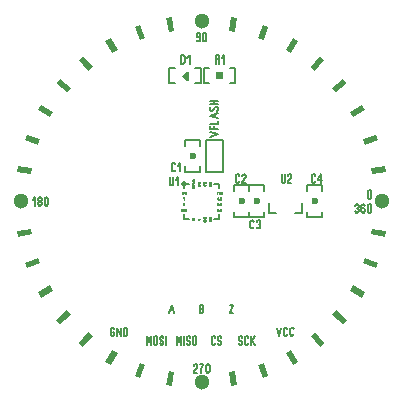
<source format=gbr>
%FSLAX34Y34*%
%MOMM*%
%LNSILK_TOP*%
G71*
G01*
%ADD10C, 0.152*%
%ADD11C, 0.500*%
%ADD12C, 0.032*%
%ADD13C, 0.127*%
%ADD14C, 0.150*%
%ADD15C, 0.600*%
%ADD16C, 1.300*%
%ADD17R, 1.200X0.500*%
%ADD18R, 0.500X1.200*%
%ADD19C, 0.203*%
%ADD20C, 0.100*%
%LPD*%
G54D10*
X-15000Y-10863D02*
X-15000Y-14951D01*
X-10910Y-14951D01*
G54D10*
X-15000Y10963D02*
X-15000Y15051D01*
X-10910Y15051D01*
G54D10*
X10913Y15051D02*
X15003Y15051D01*
X15003Y10963D01*
G54D10*
X15003Y-10863D02*
X15003Y-14951D01*
X10913Y-14951D01*
X-15000Y15051D02*
G54D11*
D03*
G54D12*
X17305Y8056D02*
X17216Y8279D01*
X17038Y8390D01*
X16860Y8390D01*
X16682Y8279D01*
X16593Y8056D01*
X16593Y7834D01*
X16682Y7612D01*
X16860Y7501D01*
X17038Y7501D01*
X17216Y7390D01*
X17305Y7168D01*
X17305Y6945D01*
X17216Y6723D01*
X17038Y6612D01*
X16860Y6612D01*
X16682Y6723D01*
X16593Y6945D01*
G54D12*
X15260Y8056D02*
X15349Y8279D01*
X15527Y8390D01*
X15705Y8390D01*
X15883Y8279D01*
X15972Y8056D01*
X15972Y6945D01*
X15883Y6723D01*
X15705Y6612D01*
X15527Y6612D01*
X15349Y6723D01*
X15260Y6945D01*
G54D12*
X14639Y6612D02*
X14639Y8390D01*
X14016Y8390D01*
G54D12*
X13395Y8390D02*
X13395Y6612D01*
G54D12*
X13395Y7834D02*
X12683Y6612D01*
G54D12*
X13128Y7501D02*
X12683Y8390D01*
G54D12*
X8391Y16781D02*
X6613Y16336D01*
X8391Y15892D01*
G54D12*
X6613Y15270D02*
X8391Y15270D01*
X8391Y14825D01*
X8280Y14647D01*
X8057Y14559D01*
X6946Y14559D01*
X6724Y14647D01*
X6613Y14825D01*
X6613Y15270D01*
G54D12*
X6613Y13937D02*
X8391Y13937D01*
X8391Y13492D01*
X8280Y13314D01*
X8057Y13226D01*
X6946Y13226D01*
X6724Y13314D01*
X6613Y13492D01*
X6613Y13937D01*
G54D12*
X1612Y16684D02*
X3390Y16684D01*
X1612Y15972D01*
X3390Y15972D01*
G54D12*
X1612Y14639D02*
X3390Y15351D01*
G54D12*
X1945Y13306D02*
X1723Y13395D01*
X1612Y13573D01*
X1612Y13751D01*
X1723Y13929D01*
X1945Y14018D01*
X3056Y14018D01*
X3278Y13929D01*
X3390Y13751D01*
X3390Y13573D01*
X3278Y13395D01*
X3056Y13306D01*
G54D12*
X-3389Y16684D02*
X-1612Y16684D01*
X-3389Y15973D01*
X-1612Y15973D01*
G54D12*
X-3389Y14640D02*
X-1612Y15351D01*
G54D12*
X-3056Y13307D02*
X-3278Y13396D01*
X-3389Y13574D01*
X-3389Y13752D01*
X-3278Y13929D01*
X-3056Y14018D01*
X-1945Y14018D01*
X-1723Y13929D01*
X-1612Y13752D01*
X-1612Y13574D01*
X-1723Y13396D01*
X-1945Y13307D01*
G54D12*
X-6610Y18780D02*
X-8388Y18336D01*
X-6610Y17891D01*
G54D12*
X-8388Y17269D02*
X-6610Y17269D01*
X-6610Y16647D01*
G54D12*
X-7499Y17269D02*
X-7499Y16647D01*
G54D12*
X-6610Y16025D02*
X-8388Y16025D01*
X-8388Y15403D01*
G54D12*
X-8388Y14781D02*
X-6610Y14337D01*
X-8388Y13892D01*
G54D12*
X-7722Y14603D02*
X-7722Y14070D01*
G54D12*
X-8055Y13270D02*
X-8277Y13181D01*
X-8388Y13004D01*
X-8388Y12826D01*
X-8277Y12648D01*
X-8055Y12559D01*
X-7833Y12559D01*
X-7610Y12648D01*
X-7499Y12826D01*
X-7499Y13004D01*
X-7388Y13181D01*
X-7166Y13270D01*
X-6944Y13270D01*
X-6722Y13181D01*
X-6610Y13004D01*
X-6610Y12826D01*
X-6722Y12648D01*
X-6944Y12559D01*
G54D12*
X-8388Y11937D02*
X-6610Y11937D01*
G54D12*
X-8388Y11226D02*
X-6610Y11226D01*
G54D12*
X-7499Y11937D02*
X-7499Y11226D01*
G54D12*
X-14556Y3390D02*
X-15001Y1612D01*
X-15445Y3390D01*
G54D12*
X-14734Y2724D02*
X-15268Y2724D01*
G54D12*
X-12912Y-6613D02*
X-12912Y-8390D01*
X-13356Y-7279D01*
X-13801Y-8390D01*
X-13801Y-6613D01*
G54D12*
X-15134Y-8057D02*
X-15134Y-6946D01*
X-15045Y-6724D01*
X-14867Y-6613D01*
X-14689Y-6613D01*
X-14512Y-6724D01*
X-14423Y-6946D01*
X-14423Y-8057D01*
X-14512Y-8279D01*
X-14689Y-8390D01*
X-14867Y-8390D01*
X-15045Y-8279D01*
X-15134Y-8057D01*
G54D12*
X-15756Y-6946D02*
X-15845Y-6724D01*
X-16022Y-6613D01*
X-16200Y-6613D01*
X-16378Y-6724D01*
X-16467Y-6946D01*
X-16467Y-7168D01*
X-16378Y-7390D01*
X-16200Y-7501D01*
X-16022Y-7501D01*
X-15845Y-7613D01*
X-15756Y-7835D01*
X-15756Y-8057D01*
X-15845Y-8279D01*
X-16022Y-8390D01*
X-16200Y-8390D01*
X-16378Y-8279D01*
X-16467Y-8057D01*
G54D12*
X-17089Y-6613D02*
X-17089Y-8390D01*
G54D12*
X16685Y3389D02*
X16685Y1611D01*
X15974Y3389D01*
X15974Y1611D01*
G54D12*
X15352Y3389D02*
X14641Y1611D01*
G54D12*
X13308Y3056D02*
X13397Y3278D01*
X13575Y3389D01*
X13752Y3389D01*
X13930Y3278D01*
X14019Y3056D01*
X14019Y1945D01*
X13930Y1723D01*
X13752Y1611D01*
X13575Y1611D01*
X13397Y1723D01*
X13308Y1945D01*
G54D12*
X16685Y-6613D02*
X16685Y-8390D01*
X15974Y-6613D01*
X15974Y-8390D01*
G54D12*
X15352Y-6613D02*
X14641Y-8390D01*
G54D12*
X13308Y-6946D02*
X13397Y-6724D01*
X13575Y-6613D01*
X13753Y-6613D01*
X13930Y-6724D01*
X14019Y-6946D01*
X14019Y-8057D01*
X13930Y-8279D01*
X13753Y-8390D01*
X13575Y-8390D01*
X13397Y-8279D01*
X13308Y-8057D01*
G54D12*
X-14645Y-3389D02*
X-15356Y-3389D01*
X-14645Y-1611D01*
X-15356Y-1611D01*
G54D12*
X16685Y-1611D02*
X16685Y-3389D01*
X15974Y-1611D01*
X15974Y-3389D01*
G54D12*
X15352Y-1611D02*
X14641Y-3389D01*
G54D12*
X13308Y-1944D02*
X13397Y-1722D01*
X13575Y-1611D01*
X13753Y-1611D01*
X13930Y-1722D01*
X14019Y-1944D01*
X14019Y-3056D01*
X13930Y-3278D01*
X13753Y-3389D01*
X13575Y-3389D01*
X13397Y-3278D01*
X13308Y-3055D01*
G54D12*
X-8055Y-14690D02*
X-8277Y-14602D01*
X-8388Y-14424D01*
X-8388Y-14246D01*
X-8277Y-14068D01*
X-8055Y-13979D01*
X-6944Y-13979D01*
X-6722Y-14068D01*
X-6610Y-14246D01*
X-6610Y-14424D01*
X-6722Y-14602D01*
X-6944Y-14690D01*
G54D12*
X-8055Y-15312D02*
X-8277Y-15401D01*
X-8388Y-15579D01*
X-8388Y-15757D01*
X-8277Y-15935D01*
X-8055Y-16023D01*
X-7833Y-16023D01*
X-7610Y-15935D01*
X-7499Y-15757D01*
X-7499Y-15579D01*
X-7388Y-15401D01*
X-7166Y-15312D01*
X-6944Y-15312D01*
X-6722Y-15401D01*
X-6610Y-15579D01*
X-6610Y-15757D01*
X-6722Y-15935D01*
X-6944Y-16023D01*
G54D12*
X-3389Y-14646D02*
X-1612Y-14646D01*
X-1612Y-15091D01*
X-1723Y-15269D01*
X-1945Y-15357D01*
X-2167Y-15357D01*
X-2389Y-15269D01*
X-2500Y-15091D01*
X-2612Y-15269D01*
X-2834Y-15357D01*
X-3056Y-15357D01*
X-3278Y-15269D01*
X-3389Y-15091D01*
X-3389Y-14646D01*
G54D12*
X-2500Y-14646D02*
X-2500Y-15091D01*
G54D12*
X1614Y-12913D02*
X3392Y-12913D01*
X2281Y-13358D01*
X3392Y-13802D01*
X1614Y-13802D01*
G54D12*
X1614Y-14424D02*
X3392Y-14424D01*
G54D12*
X1948Y-15046D02*
X1725Y-15135D01*
X1614Y-15313D01*
X1614Y-15491D01*
X1725Y-15669D01*
X1948Y-15757D01*
X2170Y-15757D01*
X2392Y-15669D01*
X2503Y-15491D01*
X2503Y-15313D01*
X2614Y-15135D01*
X2836Y-15046D01*
X3059Y-15046D01*
X3281Y-15135D01*
X3392Y-15313D01*
X3392Y-15491D01*
X3281Y-15669D01*
X3059Y-15757D01*
G54D12*
X3059Y-17090D02*
X1948Y-17090D01*
X1725Y-17002D01*
X1614Y-16824D01*
X1614Y-16646D01*
X1725Y-16468D01*
X1948Y-16379D01*
X3059Y-16379D01*
X3281Y-16468D01*
X3392Y-16646D01*
X3392Y-16824D01*
X3281Y-17002D01*
X3059Y-17090D01*
G54D12*
X7502Y-13669D02*
X7502Y-14024D01*
X6947Y-14024D01*
X6724Y-13936D01*
X6613Y-13758D01*
X6613Y-13580D01*
X6724Y-13402D01*
X6947Y-13313D01*
X8058Y-13313D01*
X8280Y-13402D01*
X8391Y-13580D01*
X8391Y-13758D01*
X8280Y-13936D01*
X8058Y-14024D01*
G54D12*
X6613Y-14646D02*
X8391Y-14646D01*
X6613Y-15357D01*
X8391Y-15357D01*
G54D12*
X6613Y-15979D02*
X8391Y-15979D01*
X8391Y-16424D01*
X8280Y-16602D01*
X8058Y-16690D01*
X6947Y-16690D01*
X6724Y-16602D01*
X6613Y-16424D01*
X6613Y-15979D01*
G54D12*
X-13318Y8390D02*
X-13318Y6612D01*
X-14029Y8390D01*
X-14029Y6612D01*
G54D12*
X-14651Y8390D02*
X-15362Y6612D01*
G54D12*
X-16695Y8056D02*
X-16607Y8279D01*
X-16429Y8390D01*
X-16251Y8390D01*
X-16073Y8279D01*
X-15984Y8056D01*
X-15984Y6945D01*
X-16073Y6723D01*
X-16251Y6612D01*
X-16429Y6612D01*
X-16607Y6723D01*
X-16695Y6945D01*
G54D13*
X-26937Y20749D02*
X-26937Y14971D01*
X-26581Y14082D01*
X-25870Y13638D01*
X-25159Y13638D01*
X-24448Y14082D01*
X-24092Y14971D01*
X-24092Y20749D01*
G54D13*
X-21604Y18082D02*
X-19826Y20749D01*
X-19826Y13638D01*
G54D13*
X-21056Y-121443D02*
X-21056Y-114332D01*
X-19279Y-118777D01*
X-17501Y-114332D01*
X-17501Y-121443D01*
G54D13*
X-15012Y-121443D02*
X-15012Y-114332D01*
G54D13*
X-12522Y-120110D02*
X-12167Y-120999D01*
X-11456Y-121443D01*
X-10745Y-121443D01*
X-10034Y-120999D01*
X-9678Y-120110D01*
X-9678Y-119221D01*
X-10034Y-118332D01*
X-10745Y-117888D01*
X-11456Y-117888D01*
X-12167Y-117443D01*
X-12522Y-116554D01*
X-12522Y-115665D01*
X-12167Y-114777D01*
X-11456Y-114332D01*
X-10745Y-114332D01*
X-10034Y-114777D01*
X-9678Y-115665D01*
G54D13*
X-4345Y-115665D02*
X-4345Y-120110D01*
X-4701Y-120999D01*
X-5412Y-121443D01*
X-6123Y-121443D01*
X-6834Y-120999D01*
X-7190Y-120110D01*
X-7190Y-115665D01*
X-6834Y-114777D01*
X-6123Y-114332D01*
X-5412Y-114332D01*
X-4701Y-114777D01*
X-4345Y-115665D01*
G54D13*
X-46456Y-121443D02*
X-46456Y-114332D01*
X-44678Y-118777D01*
X-42900Y-114332D01*
X-42900Y-121443D01*
G54D13*
X-37567Y-115665D02*
X-37567Y-120110D01*
X-37922Y-120999D01*
X-38633Y-121443D01*
X-39344Y-121443D01*
X-40055Y-120999D01*
X-40411Y-120110D01*
X-40411Y-115665D01*
X-40055Y-114777D01*
X-39344Y-114332D01*
X-38633Y-114332D01*
X-37922Y-114777D01*
X-37567Y-115665D01*
G54D13*
X-35078Y-120110D02*
X-34722Y-120999D01*
X-34011Y-121443D01*
X-33300Y-121443D01*
X-32589Y-120999D01*
X-32234Y-120110D01*
X-32234Y-119221D01*
X-32589Y-118332D01*
X-33300Y-117888D01*
X-34011Y-117888D01*
X-34722Y-117443D01*
X-35078Y-116554D01*
X-35078Y-115665D01*
X-34722Y-114777D01*
X-34011Y-114332D01*
X-33300Y-114332D01*
X-32589Y-114777D01*
X-32234Y-115665D01*
G54D13*
X-29745Y-121443D02*
X-29745Y-114332D01*
G54D13*
X11456Y-120110D02*
X11101Y-120999D01*
X10390Y-121443D01*
X9679Y-121443D01*
X8968Y-120999D01*
X8612Y-120110D01*
X8612Y-115665D01*
X8968Y-114777D01*
X9679Y-114332D01*
X10390Y-114332D01*
X11101Y-114777D01*
X11456Y-115665D01*
G54D13*
X13945Y-120110D02*
X14301Y-120999D01*
X15012Y-121443D01*
X15723Y-121443D01*
X16434Y-120999D01*
X16789Y-120110D01*
X16789Y-119221D01*
X16434Y-118332D01*
X15723Y-117888D01*
X15012Y-117888D01*
X14301Y-117443D01*
X13945Y-116554D01*
X13945Y-115665D01*
X14301Y-114777D01*
X15012Y-114332D01*
X15723Y-114332D01*
X16434Y-114777D01*
X16789Y-115665D01*
G54D13*
X31379Y-120110D02*
X31735Y-120999D01*
X32446Y-121443D01*
X33157Y-121443D01*
X33868Y-120999D01*
X34223Y-120110D01*
X34223Y-119221D01*
X33868Y-118332D01*
X33157Y-117888D01*
X32446Y-117888D01*
X31735Y-117443D01*
X31379Y-116554D01*
X31379Y-115665D01*
X31735Y-114777D01*
X32446Y-114332D01*
X33157Y-114332D01*
X33868Y-114777D01*
X34223Y-115665D01*
G54D13*
X39556Y-120110D02*
X39201Y-120999D01*
X38490Y-121443D01*
X37779Y-121443D01*
X37068Y-120999D01*
X36712Y-120110D01*
X36712Y-115665D01*
X37068Y-114777D01*
X37779Y-114332D01*
X38490Y-114332D01*
X39201Y-114777D01*
X39556Y-115665D01*
G54D13*
X42045Y-121443D02*
X42045Y-114332D01*
G54D13*
X42045Y-119221D02*
X44889Y-114332D01*
G54D13*
X43112Y-117888D02*
X44889Y-121443D01*
G54D13*
X-27178Y-94456D02*
X-25401Y-87345D01*
X-23623Y-94456D01*
G54D13*
X-26467Y-91789D02*
X-24334Y-91789D01*
G54D13*
X-1422Y-94432D02*
X-1422Y-87321D01*
X355Y-87321D01*
X1066Y-87766D01*
X1422Y-88654D01*
X1422Y-89543D01*
X1066Y-90432D01*
X355Y-90877D01*
X1066Y-91321D01*
X1422Y-92210D01*
X1422Y-93099D01*
X1066Y-93988D01*
X355Y-94432D01*
X-1422Y-94432D01*
G54D13*
X-1422Y-90877D02*
X355Y-90877D01*
G54D13*
X24000Y-87321D02*
X26844Y-87321D01*
X24000Y-94432D01*
X26844Y-94432D01*
G54D13*
X-75234Y-110332D02*
X-73811Y-110332D01*
X-73811Y-112554D01*
X-74167Y-113443D01*
X-74878Y-113887D01*
X-75589Y-113887D01*
X-76300Y-113443D01*
X-76656Y-112554D01*
X-76656Y-108110D01*
X-76300Y-107221D01*
X-75589Y-106776D01*
X-74878Y-106776D01*
X-74167Y-107221D01*
X-73811Y-108110D01*
G54D13*
X-71323Y-113887D02*
X-71323Y-106776D01*
X-68478Y-113887D01*
X-68478Y-106776D01*
G54D13*
X-65990Y-113887D02*
X-65990Y-106776D01*
X-64212Y-106776D01*
X-63501Y-107221D01*
X-63145Y-108110D01*
X-63145Y-112554D01*
X-63501Y-113443D01*
X-64212Y-113887D01*
X-65990Y-113887D01*
G54D13*
X63665Y-106776D02*
X65443Y-113887D01*
X67221Y-106776D01*
G54D13*
X72555Y-112554D02*
X72199Y-113443D01*
X71488Y-113887D01*
X70777Y-113887D01*
X70066Y-113443D01*
X69710Y-112554D01*
X69710Y-108110D01*
X70066Y-107221D01*
X70777Y-106776D01*
X71488Y-106776D01*
X72199Y-107221D01*
X72555Y-108110D01*
G54D13*
X77888Y-112554D02*
X77532Y-113443D01*
X76821Y-113887D01*
X76110Y-113887D01*
X75399Y-113443D01*
X75043Y-112554D01*
X75043Y-108110D01*
X75399Y-107221D01*
X76110Y-106776D01*
X76821Y-106776D01*
X77532Y-107221D01*
X77888Y-108110D01*
G54D14*
X-1149Y47108D02*
X-1148Y51871D01*
X-13849Y51871D01*
X-13849Y47108D01*
G54D14*
X-1149Y29646D02*
X-1149Y24883D01*
X-13849Y24883D01*
X-13849Y29646D01*
X-7498Y38377D02*
G54D15*
D03*
G54D13*
X-22129Y26905D02*
X-22485Y26016D01*
X-23196Y25571D01*
X-23907Y25571D01*
X-24618Y26016D01*
X-24974Y26905D01*
X-24974Y31349D01*
X-24618Y32238D01*
X-23907Y32682D01*
X-23196Y32682D01*
X-22485Y32238D01*
X-22129Y31349D01*
G54D13*
X-19641Y30016D02*
X-17863Y32682D01*
X-17863Y25571D01*
G54D14*
X27782Y-8731D02*
X27782Y-13494D01*
X40482Y-13494D01*
X40482Y-8731D01*
G54D14*
X27782Y8732D02*
X27782Y13494D01*
X40482Y13494D01*
X40482Y8732D01*
X34131Y0D02*
G54D15*
D03*
G54D13*
X31986Y17348D02*
X31630Y16459D01*
X30919Y16014D01*
X30208Y16014D01*
X29497Y16459D01*
X29141Y17348D01*
X29141Y21792D01*
X29497Y22681D01*
X30208Y23125D01*
X30919Y23125D01*
X31630Y22681D01*
X31986Y21792D01*
G54D13*
X37319Y16014D02*
X34474Y16014D01*
X34474Y16459D01*
X34830Y17348D01*
X36963Y20014D01*
X37319Y20903D01*
X37319Y21792D01*
X36963Y22681D01*
X36252Y23125D01*
X35541Y23125D01*
X34830Y22681D01*
X34474Y21792D01*
G54D13*
X-142566Y889D02*
X-140788Y3556D01*
X-140788Y-3555D01*
G54D13*
X-136521Y1D02*
X-137232Y1D01*
X-137943Y445D01*
X-138299Y1334D01*
X-138299Y2223D01*
X-137943Y3112D01*
X-137232Y3556D01*
X-136521Y3556D01*
X-135810Y3112D01*
X-135455Y2223D01*
X-135455Y1334D01*
X-135810Y445D01*
X-136521Y1D01*
X-135810Y-444D01*
X-135455Y-1333D01*
X-135455Y-2222D01*
X-135810Y-3111D01*
X-136521Y-3555D01*
X-137232Y-3555D01*
X-137943Y-3111D01*
X-138299Y-2222D01*
X-138299Y-1333D01*
X-137943Y-444D01*
X-137232Y1D01*
G54D13*
X-130122Y2223D02*
X-130122Y-2222D01*
X-130477Y-3111D01*
X-131188Y-3555D01*
X-131899Y-3555D01*
X-132610Y-3111D01*
X-132966Y-2222D01*
X-132966Y2223D01*
X-132610Y3112D01*
X-131899Y3556D01*
X-131188Y3556D01*
X-130477Y3112D01*
X-130122Y2223D01*
G54D13*
X-4089Y137089D02*
X-3733Y136200D01*
X-3022Y135755D01*
X-2311Y135755D01*
X-1600Y136200D01*
X-1244Y137089D01*
X-1244Y139311D01*
X-1244Y139755D01*
X-2311Y138866D01*
X-3022Y138866D01*
X-3733Y139311D01*
X-4089Y140200D01*
X-4089Y141533D01*
X-3733Y142422D01*
X-3022Y142866D01*
X-2311Y142866D01*
X-1600Y142422D01*
X-1244Y141533D01*
X-1244Y139311D01*
G54D13*
X4089Y141533D02*
X4089Y137089D01*
X3733Y136200D01*
X3022Y135755D01*
X2311Y135755D01*
X1600Y136200D01*
X1244Y137089D01*
X1244Y141533D01*
X1600Y142422D01*
X2311Y142866D01*
X3022Y142866D01*
X3733Y142422D01*
X4089Y141533D01*
G54D13*
X-3910Y-144835D02*
X-6755Y-144835D01*
X-6755Y-144391D01*
X-6399Y-143502D01*
X-4266Y-140835D01*
X-3910Y-139946D01*
X-3910Y-139058D01*
X-4266Y-138169D01*
X-4977Y-137724D01*
X-5688Y-137724D01*
X-6399Y-138169D01*
X-6755Y-139058D01*
G54D13*
X-1422Y-137724D02*
X1423Y-137724D01*
X1067Y-138613D01*
X356Y-139946D01*
X-355Y-141724D01*
X-711Y-143058D01*
X-711Y-144835D01*
G54D13*
X6756Y-139058D02*
X6756Y-143502D01*
X6400Y-144391D01*
X5689Y-144835D01*
X4978Y-144835D01*
X4267Y-144391D01*
X3911Y-143502D01*
X3911Y-139058D01*
X4267Y-138169D01*
X4978Y-137724D01*
X5689Y-137724D01*
X6400Y-138169D01*
X6756Y-139058D01*
G54D13*
X143565Y8176D02*
X143565Y3732D01*
X143210Y2843D01*
X142499Y2398D01*
X141787Y2398D01*
X141076Y2843D01*
X140721Y3732D01*
X140721Y8176D01*
X141076Y9065D01*
X141787Y9509D01*
X142499Y9509D01*
X143210Y9065D01*
X143565Y8176D01*
G54D13*
X130055Y-3730D02*
X130411Y-2841D01*
X131122Y-2397D01*
X131833Y-2397D01*
X132544Y-2841D01*
X132900Y-3730D01*
X132900Y-4619D01*
X132544Y-5508D01*
X131833Y-5952D01*
X132544Y-6397D01*
X132900Y-7286D01*
X132900Y-8175D01*
X132544Y-9064D01*
X131833Y-9508D01*
X131122Y-9508D01*
X130411Y-9064D01*
X130055Y-8175D01*
G54D13*
X138233Y-3730D02*
X137877Y-2841D01*
X137166Y-2397D01*
X136455Y-2397D01*
X135744Y-2841D01*
X135388Y-3730D01*
X135388Y-5952D01*
X135388Y-6397D01*
X136455Y-5508D01*
X137166Y-5508D01*
X137877Y-5952D01*
X138233Y-6841D01*
X138233Y-8175D01*
X137877Y-9064D01*
X137166Y-9508D01*
X136455Y-9508D01*
X135744Y-9064D01*
X135388Y-8175D01*
X135388Y-5952D01*
G54D13*
X143566Y-3730D02*
X143566Y-8175D01*
X143210Y-9064D01*
X142499Y-9508D01*
X141788Y-9508D01*
X141077Y-9064D01*
X140721Y-8175D01*
X140721Y-3730D01*
X141077Y-2841D01*
X141788Y-2397D01*
X142499Y-2397D01*
X143210Y-2841D01*
X143566Y-3730D01*
X152500Y1D02*
G54D16*
D03*
X0Y152501D02*
G54D16*
D03*
X-152500Y1D02*
G54D16*
D03*
X0Y-152499D02*
G54D16*
D03*
X152500Y1D02*
G54D17*
D03*
G36*
X156526Y25062D02*
X144708Y22978D01*
X143840Y27902D01*
X155658Y29986D01*
X156526Y25062D01*
G37*
G36*
X149796Y51862D02*
X138520Y47758D01*
X136810Y52456D01*
X148086Y56560D01*
X149796Y51862D01*
G37*
G36*
X138515Y77086D02*
X128122Y71086D01*
X125622Y75416D01*
X136015Y81416D01*
X138515Y77086D01*
G37*
G36*
X123025Y99967D02*
X113832Y92254D01*
X110618Y96084D01*
X119811Y103798D01*
X123025Y99967D01*
G37*
G36*
X103797Y119812D02*
X96083Y110619D01*
X92253Y113833D01*
X99966Y123026D01*
X103797Y119812D01*
G37*
G36*
X81415Y136016D02*
X75415Y125623D01*
X71085Y128123D01*
X77085Y138516D01*
X81415Y136016D01*
G37*
G36*
X56559Y148087D02*
X52455Y136811D01*
X47756Y138521D01*
X51861Y149797D01*
X56559Y148087D01*
G37*
G36*
X29985Y155659D02*
X27901Y143841D01*
X22977Y144709D01*
X25061Y156527D01*
X29985Y155659D01*
G37*
X0Y152501D02*
G54D18*
D03*
G36*
X-25061Y156527D02*
X-22978Y144709D01*
X-27902Y143841D01*
X-29985Y155659D01*
X-25061Y156527D01*
G37*
G36*
X-51861Y149797D02*
X-47757Y138521D01*
X-52455Y136811D01*
X-56560Y148087D01*
X-51861Y149797D01*
G37*
G36*
X-77085Y138516D02*
X-71085Y128123D01*
X-75415Y125623D01*
X-81415Y136016D01*
X-77085Y138516D01*
G37*
G36*
X-99967Y123026D02*
X-92254Y113833D01*
X-96084Y110619D01*
X-103797Y119812D01*
X-99967Y123026D01*
G37*
G36*
X-119811Y103798D02*
X-110619Y96084D01*
X-113833Y92254D01*
X-123025Y99967D01*
X-119811Y103798D01*
G37*
G36*
X-136015Y81416D02*
X-125623Y75416D01*
X-128123Y71086D01*
X-138515Y77086D01*
X-136015Y81416D01*
G37*
G36*
X-148086Y56560D02*
X-136810Y52456D01*
X-138520Y47757D01*
X-149797Y51862D01*
X-148086Y56560D01*
G37*
G36*
X-155658Y29986D02*
X-143840Y27902D01*
X-144709Y22978D01*
X-156526Y25062D01*
X-155658Y29986D01*
G37*
X-152500Y1D02*
G54D17*
D03*
G36*
X-156526Y-25060D02*
X-144709Y-22977D01*
X-143840Y-27901D01*
X-155658Y-29984D01*
X-156526Y-25060D01*
G37*
G36*
X-149797Y-51860D02*
X-138520Y-47756D01*
X-136810Y-52454D01*
X-148086Y-56559D01*
X-149797Y-51860D01*
G37*
G36*
X-138515Y-77084D02*
X-128123Y-71084D01*
X-125623Y-75414D01*
X-136015Y-81414D01*
X-138515Y-77084D01*
G37*
G36*
X-123025Y-99966D02*
X-113833Y-92253D01*
X-110619Y-96083D01*
X-119811Y-103796D01*
X-123025Y-99966D01*
G37*
G36*
X-103797Y-119810D02*
X-96084Y-110618D01*
X-92254Y-113832D01*
X-99967Y-123024D01*
X-103797Y-119810D01*
G37*
G36*
X-81415Y-136014D02*
X-75415Y-125622D01*
X-71085Y-128122D01*
X-77085Y-138514D01*
X-81415Y-136014D01*
G37*
G36*
X-56560Y-148086D02*
X-52455Y-136809D01*
X-47757Y-138519D01*
X-51861Y-149796D01*
X-56560Y-148086D01*
G37*
G36*
X-29986Y-155657D02*
X-27902Y-143840D01*
X-22978Y-144708D01*
X-25061Y-156525D01*
X-29986Y-155657D01*
G37*
X0Y-152499D02*
G54D18*
D03*
G36*
X25061Y-156525D02*
X22977Y-144708D01*
X27901Y-143840D01*
X29985Y-155657D01*
X25061Y-156525D01*
G37*
G36*
X51861Y-149796D02*
X47756Y-138519D01*
X52455Y-136809D01*
X56559Y-148086D01*
X51861Y-149796D01*
G37*
G36*
X77085Y-138514D02*
X71085Y-128122D01*
X75415Y-125622D01*
X81415Y-136014D01*
X77085Y-138514D01*
G37*
G36*
X99966Y-123024D02*
X92253Y-113832D01*
X96083Y-110618D01*
X103797Y-119810D01*
X99966Y-123024D01*
G37*
G36*
X119811Y-103796D02*
X110618Y-96083D01*
X113832Y-92253D01*
X123025Y-99966D01*
X119811Y-103796D01*
G37*
G36*
X136015Y-81414D02*
X125622Y-75414D01*
X128122Y-71084D01*
X138515Y-77084D01*
X136015Y-81414D01*
G37*
G36*
X148086Y-56559D02*
X136810Y-52454D01*
X138520Y-47756D01*
X149796Y-51860D01*
X148086Y-56559D01*
G37*
G36*
X155658Y-29984D02*
X143840Y-27901D01*
X144708Y-22977D01*
X156526Y-25060D01*
X155658Y-29984D01*
G37*
G54D19*
X79414Y-9492D02*
X85434Y-9492D01*
X85434Y-1490D01*
G54D19*
X63412Y-9492D02*
X57418Y-9492D01*
X57418Y-1490D01*
G54D13*
X67872Y22848D02*
X67872Y17070D01*
X68227Y16181D01*
X68938Y15737D01*
X69650Y15737D01*
X70361Y16181D01*
X70716Y17070D01*
X70716Y22848D01*
G54D13*
X76049Y15737D02*
X73205Y15737D01*
X73205Y16181D01*
X73560Y17070D01*
X75694Y19737D01*
X76049Y20626D01*
X76049Y21515D01*
X75694Y22404D01*
X74982Y22848D01*
X74271Y22848D01*
X73560Y22403D01*
X73205Y21515D01*
G54D14*
X102345Y8733D02*
X102345Y13495D01*
X89645Y13496D01*
X89645Y8733D01*
G54D14*
X102345Y-8730D02*
X102345Y-13492D01*
X89645Y-13492D01*
X89645Y-8730D01*
X95996Y1D02*
G54D15*
D03*
G54D13*
X96315Y17349D02*
X95960Y16460D01*
X95248Y16015D01*
X94537Y16015D01*
X93826Y16460D01*
X93471Y17349D01*
X93471Y21793D01*
X93826Y22682D01*
X94537Y23127D01*
X95248Y23127D01*
X95960Y22682D01*
X96315Y21793D01*
G54D13*
X100937Y16015D02*
X100937Y23127D01*
X98804Y18682D01*
X98804Y17793D01*
X101648Y17793D01*
G54D14*
X40482Y-8731D02*
X40482Y-13493D01*
X53182Y-13493D01*
X53182Y-8731D01*
G54D14*
X40482Y8732D02*
X40482Y13494D01*
X53182Y13494D01*
X53182Y8732D01*
X46831Y0D02*
G54D15*
D03*
G54D13*
X44164Y-21546D02*
X43808Y-22435D01*
X43097Y-22879D01*
X42386Y-22879D01*
X41675Y-22435D01*
X41319Y-21546D01*
X41319Y-17102D01*
X41675Y-16213D01*
X42386Y-15768D01*
X43097Y-15768D01*
X43808Y-16213D01*
X44164Y-17102D01*
G54D13*
X46652Y-17102D02*
X47008Y-16213D01*
X47719Y-15768D01*
X48430Y-15768D01*
X49141Y-16213D01*
X49497Y-17102D01*
X49497Y-17990D01*
X49141Y-18879D01*
X48430Y-19324D01*
X49141Y-19768D01*
X49497Y-20657D01*
X49497Y-21546D01*
X49141Y-22435D01*
X48430Y-22879D01*
X47719Y-22879D01*
X47008Y-22435D01*
X46652Y-21546D01*
G54D14*
X23872Y100013D02*
X28635Y100012D01*
X28635Y112713D01*
X23872Y112713D01*
G54D14*
X6410Y100013D02*
X1648Y100013D01*
X1647Y112713D01*
X6410Y112713D01*
G36*
X18141Y109362D02*
X18141Y103362D01*
X12141Y103362D01*
X12141Y109362D01*
X18141Y109362D01*
G37*
G54D13*
X13432Y120318D02*
X14498Y119429D01*
X14854Y118540D01*
X14854Y116762D01*
G54D13*
X12010Y116762D02*
X12010Y123874D01*
X13787Y123874D01*
X14498Y123429D01*
X14854Y122540D01*
X14854Y121651D01*
X14498Y120762D01*
X13787Y120318D01*
X12010Y120318D01*
G54D13*
X17342Y121207D02*
X19120Y123874D01*
X19120Y116762D01*
G54D14*
X-5416Y100013D02*
X-653Y100012D01*
X-653Y112713D01*
X-5416Y112713D01*
G54D14*
X-22878Y100013D02*
X-27641Y100013D01*
X-27641Y112713D01*
X-22878Y112713D01*
G36*
X-16538Y106362D02*
X-13363Y103187D01*
X-11775Y103187D01*
X-11775Y109537D01*
X-13363Y109537D01*
X-16538Y106362D01*
G37*
G54D20*
X-16538Y106362D02*
X-13363Y103187D01*
X-11775Y103187D01*
X-11775Y109537D01*
X-13363Y109537D01*
X-16538Y106362D01*
G54D13*
X-17278Y116762D02*
X-17278Y123874D01*
X-15501Y123874D01*
X-14790Y123429D01*
X-14434Y122540D01*
X-14434Y118096D01*
X-14790Y117207D01*
X-15501Y116762D01*
X-17278Y116762D01*
G54D13*
X-11946Y121207D02*
X-10168Y123874D01*
X-10168Y116762D01*
G54D14*
X3614Y51871D02*
X17901Y51871D01*
X17901Y24883D01*
X3614Y24883D01*
X3614Y51871D01*
G54D13*
X6943Y54943D02*
X14055Y56721D01*
X6943Y58499D01*
G54D13*
X14055Y60988D02*
X6943Y60988D01*
X6943Y63477D01*
G54D13*
X10499Y60988D02*
X10499Y63477D01*
G54D13*
X6943Y65966D02*
X14055Y65966D01*
X14055Y68455D01*
G54D13*
X14055Y70944D02*
X6943Y72722D01*
X14055Y74500D01*
G54D13*
X11388Y71655D02*
X11388Y73789D01*
G54D13*
X12721Y76989D02*
X13610Y77345D01*
X14055Y78056D01*
X14055Y78767D01*
X13610Y79478D01*
X12721Y79834D01*
X11832Y79834D01*
X10943Y79478D01*
X10499Y78767D01*
X10499Y78056D01*
X10055Y77345D01*
X9166Y76989D01*
X8277Y76989D01*
X7388Y77345D01*
X6943Y78056D01*
X6943Y78767D01*
X7388Y79478D01*
X8277Y79834D01*
G54D13*
X14055Y82322D02*
X6943Y82322D01*
G54D13*
X14055Y85167D02*
X6943Y85167D01*
G54D13*
X10499Y82322D02*
X10499Y85167D01*
M02*

</source>
